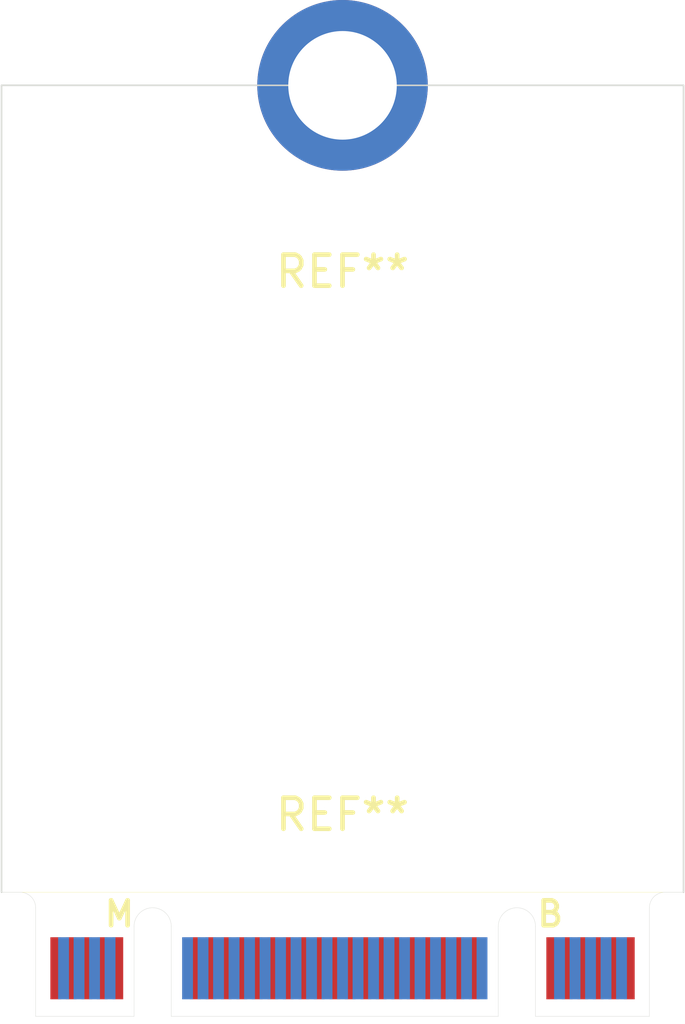
<source format=kicad_pcb>
(kicad_pcb (version 20171130) (host pcbnew "(5.1.2-1)-1")

  (general
    (thickness 1.6)
    (drawings 3)
    (tracks 0)
    (zones 0)
    (modules 2)
    (nets 1)
  )

  (page A4)
  (layers
    (0 F.Cu signal)
    (31 B.Cu signal)
    (32 B.Adhes user)
    (33 F.Adhes user)
    (34 B.Paste user)
    (35 F.Paste user)
    (36 B.SilkS user)
    (37 F.SilkS user)
    (38 B.Mask user hide)
    (39 F.Mask user hide)
    (40 Dwgs.User user)
    (41 Cmts.User user)
    (42 Eco1.User user)
    (43 Eco2.User user)
    (44 Edge.Cuts user)
    (45 Margin user)
    (46 B.CrtYd user)
    (47 F.CrtYd user)
    (48 B.Fab user)
    (49 F.Fab user)
  )

  (setup
    (last_trace_width 0.25)
    (trace_clearance 0.2)
    (zone_clearance 0.508)
    (zone_45_only no)
    (trace_min 0.2)
    (via_size 0.8)
    (via_drill 0.4)
    (via_min_size 0.4)
    (via_min_drill 0.3)
    (uvia_size 0.3)
    (uvia_drill 0.1)
    (uvias_allowed no)
    (uvia_min_size 0.2)
    (uvia_min_drill 0.1)
    (edge_width 0.05)
    (segment_width 0.2)
    (pcb_text_width 0.3)
    (pcb_text_size 1.5 1.5)
    (mod_edge_width 0.12)
    (mod_text_size 1 1)
    (mod_text_width 0.15)
    (pad_size 5.5 5.5)
    (pad_drill 3.5)
    (pad_to_mask_clearance 0.051)
    (solder_mask_min_width 0.25)
    (aux_axis_origin 0 0)
    (visible_elements FFFFFF7F)
    (pcbplotparams
      (layerselection 0x010fc_ffffffff)
      (usegerberextensions false)
      (usegerberattributes false)
      (usegerberadvancedattributes false)
      (creategerberjobfile false)
      (excludeedgelayer true)
      (linewidth 0.100000)
      (plotframeref false)
      (viasonmask false)
      (mode 1)
      (useauxorigin false)
      (hpglpennumber 1)
      (hpglpenspeed 20)
      (hpglpendiameter 15.000000)
      (psnegative false)
      (psa4output false)
      (plotreference true)
      (plotvalue true)
      (plotinvisibletext false)
      (padsonsilk false)
      (subtractmaskfromsilk false)
      (outputformat 1)
      (mirror false)
      (drillshape 1)
      (scaleselection 1)
      (outputdirectory ""))
  )

  (net 0 "")

  (net_class Default "これはデフォルトのネット クラスです。"
    (clearance 0.2)
    (trace_width 0.25)
    (via_dia 0.8)
    (via_drill 0.4)
    (uvia_dia 0.3)
    (uvia_drill 0.1)
  )

  (module m2ngff:m2-padKeyBM (layer F.Cu) (tedit 5CE65B4F) (tstamp 5CE6B9A4)
    (at 141 94)
    (attr smd)
    (fp_text reference REF** (at 0 -6.5) (layer F.SilkS)
      (effects (font (size 1 1) (thickness 0.15)))
    )
    (fp_text value m2-padKeyBM (at 0 -5) (layer F.Fab)
      (effects (font (size 1 1) (thickness 0.15)))
    )
    (fp_line (start 6.225 0) (end 9.9 0) (layer Edge.Cuts) (width 0.01))
    (fp_line (start -5.525 0) (end 5.025 0) (layer Edge.Cuts) (width 0.01))
    (fp_line (start -9.9 0) (end -6.725 0) (layer Edge.Cuts) (width 0.01))
    (fp_text user M (at -7.2 -3.3) (layer F.SilkS)
      (effects (font (size 0.8 0.8) (thickness 0.15)))
    )
    (fp_line (start -5.525 0) (end -5.525 -2.9) (layer Edge.Cuts) (width 0.01))
    (fp_arc (start -6.125 -2.9) (end -5.525 -2.9) (angle -180) (layer Edge.Cuts) (width 0.01))
    (fp_line (start -6.725 0) (end -6.725 -2.9) (layer Edge.Cuts) (width 0.01))
    (fp_text user B (at 6.7 -3.3) (layer F.SilkS)
      (effects (font (size 0.8 0.8) (thickness 0.15)))
    )
    (fp_line (start 5.025 0) (end 5.025 -2.9) (layer Edge.Cuts) (width 0.01))
    (fp_line (start 6.225 0) (end 6.225 -2.9) (layer Edge.Cuts) (width 0.01))
    (fp_arc (start 5.625 -2.9) (end 6.225 -2.9) (angle -180) (layer Edge.Cuts) (width 0.01))
    (fp_poly (pts (xy -11 -4) (xy -11 0) (xy 11 0) (xy 11 -4)) (layer B.Mask) (width 0.1))
    (fp_poly (pts (xy -11 -4) (xy -11 0) (xy 11 0) (xy 11 -4)) (layer F.Mask) (width 0.1))
    (fp_line (start -11 -4) (end 11 -4) (layer F.SilkS) (width 0.01))
    (fp_line (start 11 -4) (end 10.4 -4) (layer Edge.Cuts) (width 0.01))
    (fp_arc (start 10.4 -3.5) (end 10.4 -4) (angle -90) (layer Edge.Cuts) (width 0.01))
    (fp_arc (start -10.4 -3.5) (end -10.4 -4) (angle 90) (layer Edge.Cuts) (width 0.01))
    (fp_line (start -11 -4) (end -10.4 -4) (layer Edge.Cuts) (width 0.01))
    (fp_line (start -9.9 0) (end -9.9 -3.5) (layer Edge.Cuts) (width 0.01))
    (fp_line (start 9.9 0) (end 9.9 -3.5) (layer Edge.Cuts) (width 0.01))
    (fp_line (start 0 0) (end 0 -4) (layer Eco1.User) (width 0.01))
    (pad 74 smd rect (at -9 -1.55) (size 0.35 2) (layers B.Cu B.Mask))
    (pad 72 smd rect (at -8.5 -1.55) (size 0.35 2) (layers B.Cu B.Mask))
    (pad 70 smd rect (at -8 -1.55) (size 0.35 2) (layers B.Cu B.Mask))
    (pad 68 smd rect (at -7.5 -1.55) (size 0.35 2) (layers B.Cu B.Mask))
    (pad 58 smd rect (at -5 -1.55) (size 0.35 2) (layers B.Cu B.Mask))
    (pad 56 smd rect (at -4.5 -1.55) (size 0.35 2) (layers B.Cu B.Mask))
    (pad 54 smd rect (at -4 -1.55) (size 0.35 2) (layers B.Cu B.Mask))
    (pad 52 smd rect (at -3.5 -1.55) (size 0.35 2) (layers B.Cu B.Mask))
    (pad 50 smd rect (at -3 -1.55) (size 0.35 2) (layers B.Cu B.Mask))
    (pad 48 smd rect (at -2.5 -1.55) (size 0.35 2) (layers B.Cu B.Mask))
    (pad 46 smd rect (at -2 -1.55) (size 0.35 2) (layers B.Cu B.Mask))
    (pad 44 smd rect (at -1.5 -1.55) (size 0.35 2) (layers B.Cu B.Mask))
    (pad 42 smd rect (at -1 -1.55) (size 0.35 2) (layers B.Cu B.Mask))
    (pad 40 smd rect (at -0.5 -1.55) (size 0.35 2) (layers B.Cu B.Mask))
    (pad 38 smd rect (at 0 -1.55) (size 0.35 2) (layers B.Cu B.Mask))
    (pad 36 smd rect (at 0.5 -1.55) (size 0.35 2) (layers B.Cu B.Mask))
    (pad 34 smd rect (at 1 -1.55) (size 0.35 2) (layers B.Cu B.Mask))
    (pad 32 smd rect (at 1.5 -1.55) (size 0.35 2) (layers B.Cu B.Mask))
    (pad 30 smd rect (at 2 -1.55) (size 0.35 2) (layers B.Cu B.Mask))
    (pad 28 smd rect (at 2.5 -1.55) (size 0.35 2) (layers B.Cu B.Mask))
    (pad 26 smd rect (at 3 -1.55) (size 0.35 2) (layers B.Cu B.Mask))
    (pad 24 smd rect (at 3.5 -1.55) (size 0.35 2) (layers B.Cu B.Mask))
    (pad 22 smd rect (at 4 -1.55) (size 0.35 2) (layers B.Cu B.Mask))
    (pad 20 smd rect (at 4.5 -1.55) (size 0.35 2) (layers B.Cu B.Mask))
    (pad 10 smd rect (at 7 -1.55) (size 0.35 2) (layers B.Cu B.Mask))
    (pad 8 smd rect (at 7.5 -1.55) (size 0.35 2) (layers B.Cu B.Mask))
    (pad 6 smd rect (at 8 -1.55) (size 0.35 2) (layers B.Cu B.Mask))
    (pad 4 smd rect (at 8.5 -1.55) (size 0.35 2) (layers B.Cu B.Mask))
    (pad 75 smd rect (at -9.25 -1.55) (size 0.35 2) (layers F.Cu F.Mask))
    (pad 73 smd rect (at -8.75 -1.55) (size 0.35 2) (layers F.Cu F.Mask))
    (pad 71 smd rect (at -8.25 -1.55) (size 0.35 2) (layers F.Cu F.Mask))
    (pad 69 smd rect (at -7.75 -1.55) (size 0.35 2) (layers F.Cu F.Mask))
    (pad 67 smd rect (at -7.25 -1.55) (size 0.35 2) (layers F.Cu F.Mask))
    (pad 57 smd rect (at -4.75 -1.55) (size 0.35 2) (layers F.Cu F.Mask))
    (pad 55 smd rect (at -4.25 -1.55) (size 0.35 2) (layers F.Cu F.Mask))
    (pad 53 smd rect (at -3.75 -1.55) (size 0.35 2) (layers F.Cu F.Mask))
    (pad 51 smd rect (at -3.25 -1.55) (size 0.35 2) (layers F.Cu F.Mask))
    (pad 49 smd rect (at -2.75 -1.55) (size 0.35 2) (layers F.Cu F.Mask))
    (pad 47 smd rect (at -2.25 -1.55) (size 0.35 2) (layers F.Cu F.Mask))
    (pad 45 smd rect (at -1.75 -1.55) (size 0.35 2) (layers F.Cu F.Mask))
    (pad 43 smd rect (at -1.25 -1.55) (size 0.35 2) (layers F.Cu F.Mask))
    (pad 41 smd rect (at -0.75 -1.55) (size 0.35 2) (layers F.Cu F.Mask))
    (pad 39 smd rect (at -0.25 -1.55) (size 0.35 2) (layers F.Cu F.Mask))
    (pad 37 smd rect (at 0.25 -1.55) (size 0.35 2) (layers F.Cu F.Mask))
    (pad 35 smd rect (at 0.75 -1.55) (size 0.35 2) (layers F.Cu F.Mask))
    (pad 33 smd rect (at 1.25 -1.55) (size 0.35 2) (layers F.Cu F.Mask))
    (pad 31 smd rect (at 1.75 -1.55) (size 0.35 2) (layers F.Cu F.Mask))
    (pad 29 smd rect (at 2.25 -1.55) (size 0.35 2) (layers F.Cu F.Mask))
    (pad 27 smd rect (at 2.75 -1.55) (size 0.35 2) (layers F.Cu F.Mask))
    (pad 25 smd rect (at 3.25 -1.55) (size 0.35 2) (layers F.Cu F.Mask))
    (pad 23 smd rect (at 3.75 -1.55) (size 0.35 2) (layers F.Cu F.Mask))
    (pad 21 smd rect (at 4.25 -1.55) (size 0.35 2) (layers F.Cu F.Mask))
    (pad 11 smd rect (at 6.75 -1.55) (size 0.35 2) (layers F.Cu F.Mask))
    (pad 9 smd rect (at 7.25 -1.55) (size 0.35 2) (layers F.Cu F.Mask))
    (pad 7 smd rect (at 7.75 -1.55) (size 0.35 2) (layers F.Cu F.Mask))
    (pad 5 smd rect (at 8.25 -1.55) (size 0.35 2) (layers F.Cu F.Mask))
    (pad 3 smd rect (at 8.75 -1.55) (size 0.35 2) (layers F.Cu F.Mask))
    (pad 1 smd rect (at 9.25 -1.55) (size 0.35 2) (layers F.Cu F.Mask))
    (pad 2 smd rect (at 9 -1.55) (size 0.35 2) (layers B.Cu B.Mask))
  )

  (module m2ngff:m2-outer2230 (layer F.Cu) (tedit 5CE667BC) (tstamp 5CE6B761)
    (at 141 94)
    (fp_text reference REF** (at 0 -24) (layer F.SilkS)
      (effects (font (size 1 1) (thickness 0.15)))
    )
    (fp_text value m2-outer2230 (at 0 -26) (layer F.Fab)
      (effects (font (size 1 1) (thickness 0.15)))
    )
    (fp_line (start 0 0) (end 0 -30) (layer Eco1.User) (width 0.01))
    (fp_line (start 11 -30) (end 11 -4) (layer F.CrtYd) (width 0.05))
    (fp_line (start -11 -30) (end -11 -4) (layer F.CrtYd) (width 0.05))
    (fp_line (start 11 -30) (end -11 -30) (layer F.CrtYd) (width 0.05))
    (pad 1 thru_hole circle (at 0 -30) (size 5.5 5.5) (drill 3.5) (layers *.Cu *.Mask))
  )

  (gr_line (start 152 64) (end 152 90) (layer Edge.Cuts) (width 0.05))
  (gr_line (start 130 64) (end 152 64) (layer Edge.Cuts) (width 0.05))
  (gr_line (start 130 90) (end 130 64) (layer Edge.Cuts) (width 0.05))

)

</source>
